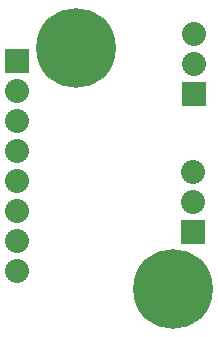
<source format=gbs>
G04 (created by PCBNEW (2013-04-19 BZR 4011)-stable) date 03/06/2014 16:48:56*
%MOIN*%
G04 Gerber Fmt 3.4, Leading zero omitted, Abs format*
%FSLAX34Y34*%
G01*
G70*
G90*
G04 APERTURE LIST*
%ADD10C,2.3622e-006*%
%ADD11R,0.08X0.08*%
%ADD12C,0.08*%
%ADD13C,0.2661*%
G04 APERTURE END LIST*
G54D10*
G54D11*
X43550Y-20950D03*
G54D12*
X43550Y-19950D03*
X43550Y-18950D03*
G54D11*
X43500Y-25550D03*
G54D12*
X43500Y-24550D03*
X43500Y-23550D03*
G54D13*
X42850Y-27450D03*
X39600Y-19400D03*
G54D12*
X37650Y-24850D03*
X37650Y-23850D03*
G54D11*
X37650Y-19850D03*
G54D12*
X37650Y-20850D03*
X37650Y-21850D03*
X37650Y-22850D03*
X37650Y-25850D03*
X37650Y-26850D03*
M02*

</source>
